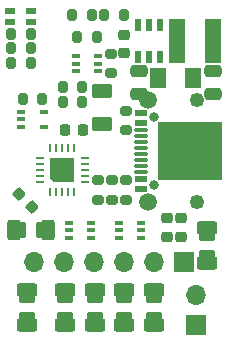
<source format=gbr>
%TF.GenerationSoftware,KiCad,Pcbnew,(6.0.1-0)*%
%TF.CreationDate,2022-01-25T10:29:14+00:00*%
%TF.ProjectId,LowPower,4c6f7750-6f77-4657-922e-6b696361645f,6*%
%TF.SameCoordinates,Original*%
%TF.FileFunction,Soldermask,Top*%
%TF.FilePolarity,Negative*%
%FSLAX46Y46*%
G04 Gerber Fmt 4.6, Leading zero omitted, Abs format (unit mm)*
G04 Created by KiCad (PCBNEW (6.0.1-0)) date 2022-01-25 10:29:14*
%MOMM*%
%LPD*%
G01*
G04 APERTURE LIST*
G04 Aperture macros list*
%AMRoundRect*
0 Rectangle with rounded corners*
0 $1 Rounding radius*
0 $2 $3 $4 $5 $6 $7 $8 $9 X,Y pos of 4 corners*
0 Add a 4 corners polygon primitive as box body*
4,1,4,$2,$3,$4,$5,$6,$7,$8,$9,$2,$3,0*
0 Add four circle primitives for the rounded corners*
1,1,$1+$1,$2,$3*
1,1,$1+$1,$4,$5*
1,1,$1+$1,$6,$7*
1,1,$1+$1,$8,$9*
0 Add four rect primitives between the rounded corners*
20,1,$1+$1,$2,$3,$4,$5,0*
20,1,$1+$1,$4,$5,$6,$7,0*
20,1,$1+$1,$6,$7,$8,$9,0*
20,1,$1+$1,$8,$9,$2,$3,0*%
%AMFreePoly0*
4,1,6,1.000000,-1.000000,-1.000000,-1.000000,-1.000000,0.750000,-0.750000,1.000000,1.000000,1.000000,1.000000,-1.000000,1.000000,-1.000000,$1*%
G04 Aperture macros list end*
%ADD10RoundRect,0.249750X0.625250X-0.312750X0.625250X0.312750X-0.625250X0.312750X-0.625250X-0.312750X0*%
%ADD11RoundRect,0.250100X0.449900X-0.262400X0.449900X0.262400X-0.449900X0.262400X-0.449900X-0.262400X0*%
%ADD12R,1.140000X0.600000*%
%ADD13RoundRect,0.075000X0.495000X-0.075000X0.495000X0.075000X-0.495000X0.075000X-0.495000X-0.075000X0*%
%ADD14C,0.800000*%
%ADD15R,5.490000X5.000000*%
%ADD16C,1.250000*%
%ADD17C,1.500000*%
%ADD18R,1.700000X1.700000*%
%ADD19O,1.700000X1.700000*%
%ADD20RoundRect,0.062500X0.062500X-0.287500X0.062500X0.287500X-0.062500X0.287500X-0.062500X-0.287500X0*%
%ADD21RoundRect,0.062500X0.287500X-0.062500X0.287500X0.062500X-0.287500X0.062500X-0.287500X-0.062500X0*%
%ADD22FreePoly0,90.000000*%
%ADD23C,0.350000*%
%ADD24RoundRect,0.200000X0.200000X0.275000X-0.200000X0.275000X-0.200000X-0.275000X0.200000X-0.275000X0*%
%ADD25RoundRect,0.200000X-0.200000X-0.275000X0.200000X-0.275000X0.200000X0.275000X-0.200000X0.275000X0*%
%ADD26R,0.800000X0.400000*%
%ADD27RoundRect,0.250000X-0.625000X0.375000X-0.625000X-0.375000X0.625000X-0.375000X0.625000X0.375000X0*%
%ADD28RoundRect,0.200000X-0.275000X0.200000X-0.275000X-0.200000X0.275000X-0.200000X0.275000X0.200000X0*%
%ADD29R,0.650000X0.400000*%
%ADD30RoundRect,0.225000X-0.335876X-0.017678X-0.017678X-0.335876X0.335876X0.017678X0.017678X0.335876X0*%
%ADD31RoundRect,0.249750X-0.312750X-0.625250X0.312750X-0.625250X0.312750X0.625250X-0.312750X0.625250X0*%
%ADD32RoundRect,0.250100X-0.262400X-0.449900X0.262400X-0.449900X0.262400X0.449900X-0.262400X0.449900X0*%
%ADD33RoundRect,0.200000X0.275000X-0.200000X0.275000X0.200000X-0.275000X0.200000X-0.275000X-0.200000X0*%
%ADD34R,0.850000X0.500000*%
%ADD35RoundRect,0.225000X-0.225000X-0.250000X0.225000X-0.250000X0.225000X0.250000X-0.225000X0.250000X0*%
%ADD36RoundRect,0.225000X-0.250000X0.225000X-0.250000X-0.225000X0.250000X-0.225000X0.250000X0.225000X0*%
%ADD37RoundRect,0.225000X0.250000X-0.225000X0.250000X0.225000X-0.250000X0.225000X-0.250000X-0.225000X0*%
%ADD38R,0.600000X1.100000*%
%ADD39R,1.425000X3.700000*%
%ADD40RoundRect,0.249375X-0.463125X-0.625625X0.463125X-0.625625X0.463125X0.625625X-0.463125X0.625625X0*%
%ADD41RoundRect,0.250000X-0.475000X0.250000X-0.475000X-0.250000X0.475000X-0.250000X0.475000X0.250000X0*%
G04 APERTURE END LIST*
D10*
%TO.C,R2*%
X130470000Y-125812500D03*
D11*
X130470000Y-125262500D03*
X130470000Y-123437500D03*
D10*
X130470000Y-122887500D03*
%TD*%
D11*
%TO.C,R3*%
X127970000Y-125262500D03*
D10*
X127970000Y-125812500D03*
D11*
X127970000Y-123437500D03*
D10*
X127970000Y-122887500D03*
%TD*%
D11*
%TO.C,R4*%
X125470000Y-125262500D03*
D10*
X125470000Y-125812500D03*
D11*
X125470000Y-123437500D03*
D10*
X125470000Y-122887500D03*
%TD*%
%TO.C,R5*%
X122970000Y-125812500D03*
D11*
X122970000Y-125262500D03*
D10*
X122970000Y-122887500D03*
D11*
X122970000Y-123437500D03*
%TD*%
D10*
%TO.C,R6*%
X119700000Y-125812500D03*
D11*
X119700000Y-125262500D03*
X119700000Y-123437500D03*
D10*
X119700000Y-122887500D03*
%TD*%
D12*
%TO.C,J2*%
X129385000Y-114300000D03*
X129385000Y-113500000D03*
D13*
X129385000Y-112350000D03*
X129385000Y-111350000D03*
X129385000Y-110850000D03*
X129385000Y-109850000D03*
D12*
X129385000Y-107900000D03*
X129385000Y-108700000D03*
D13*
X129385000Y-109350000D03*
X129385000Y-110350000D03*
X129385000Y-111850000D03*
X129385000Y-112850000D03*
D14*
X130455000Y-108210000D03*
D15*
X133500000Y-111100000D03*
D16*
X134135000Y-106780000D03*
X134135000Y-115420000D03*
D14*
X130455000Y-113990000D03*
D17*
X129965000Y-106780000D03*
X129965000Y-115420000D03*
%TD*%
D18*
%TO.C,J3*%
X134000000Y-125800000D03*
D19*
X134000000Y-123260000D03*
%TD*%
D10*
%TO.C,C1*%
X135000000Y-120562500D03*
D11*
X135000000Y-120012500D03*
X135000000Y-118187500D03*
D10*
X135000000Y-117637500D03*
%TD*%
D20*
%TO.C,U2*%
X121700000Y-114600000D03*
X122200000Y-114600000D03*
X122700000Y-114600000D03*
X123200000Y-114600000D03*
X123700000Y-114600000D03*
D21*
X124600000Y-113700000D03*
X124600000Y-113200000D03*
X124600000Y-112700000D03*
X124600000Y-112200000D03*
X124600000Y-111700000D03*
D20*
X123700000Y-110800000D03*
X123200000Y-110800000D03*
X122700000Y-110800000D03*
X122200000Y-110800000D03*
X121700000Y-110800000D03*
D21*
X120800000Y-111700000D03*
X120800000Y-112200000D03*
X120800000Y-112700000D03*
X120800000Y-113200000D03*
X120800000Y-113700000D03*
D22*
X122700000Y-112700000D03*
D23*
X122700000Y-112700000D03*
%TD*%
D24*
%TO.C,R1*%
X121025000Y-106700000D03*
X119375000Y-106700000D03*
%TD*%
D25*
%TO.C,R10*%
X118375000Y-102400000D03*
X120025000Y-102400000D03*
%TD*%
%TO.C,R19*%
X122775000Y-105700000D03*
X124425000Y-105700000D03*
%TD*%
D24*
%TO.C,R20*%
X124425000Y-106900000D03*
X122775000Y-106900000D03*
%TD*%
D26*
%TO.C,Q1*%
X119250000Y-107750000D03*
X119250000Y-108400000D03*
X119250000Y-109050000D03*
X121150000Y-109050000D03*
X121150000Y-107750000D03*
%TD*%
D27*
%TO.C,D2*%
X126100000Y-106000000D03*
X126100000Y-108800000D03*
%TD*%
D25*
%TO.C,R15*%
X123975000Y-101400000D03*
X125625000Y-101400000D03*
%TD*%
D28*
%TO.C,R18*%
X126800000Y-102875000D03*
X126800000Y-104525000D03*
%TD*%
D29*
%TO.C,U3*%
X123850000Y-103050000D03*
X123850000Y-103700000D03*
X123850000Y-104350000D03*
X125750000Y-104350000D03*
X125750000Y-103700000D03*
X125750000Y-103050000D03*
%TD*%
D30*
%TO.C,C2*%
X119051992Y-114751992D03*
X120148008Y-115848008D03*
%TD*%
D28*
%TO.C,R12*%
X128100000Y-107675000D03*
X128100000Y-109325000D03*
%TD*%
D31*
%TO.C,R7*%
X118587500Y-117800000D03*
D32*
X119137500Y-117800000D03*
D31*
X121512500Y-117800000D03*
D32*
X120962500Y-117800000D03*
%TD*%
D29*
%TO.C,D4*%
X123250000Y-117150000D03*
X123250000Y-117800000D03*
X123250000Y-118450000D03*
X125150000Y-118450000D03*
X125150000Y-117800000D03*
X125150000Y-117150000D03*
%TD*%
%TO.C,D3*%
X127500000Y-117150000D03*
X127500000Y-117800000D03*
X127500000Y-118450000D03*
X129400000Y-118450000D03*
X129400000Y-117800000D03*
X129400000Y-117150000D03*
%TD*%
D28*
%TO.C,R11*%
X128100000Y-113575000D03*
X128100000Y-115225000D03*
%TD*%
D33*
%TO.C,R13*%
X126900000Y-115225000D03*
X126900000Y-113575000D03*
%TD*%
D28*
%TO.C,R14*%
X125700000Y-113575000D03*
X125700000Y-115225000D03*
%TD*%
D34*
%TO.C,D1*%
X120075000Y-100200000D03*
X118325000Y-100200000D03*
X118325000Y-99200000D03*
X120075000Y-99200000D03*
%TD*%
D25*
%TO.C,R8*%
X118375000Y-101200000D03*
X120025000Y-101200000D03*
%TD*%
%TO.C,R9*%
X118375000Y-103600000D03*
X120025000Y-103600000D03*
%TD*%
D35*
%TO.C,C5*%
X122925000Y-109300000D03*
X124475000Y-109300000D03*
%TD*%
D36*
%TO.C,C3*%
X132800000Y-116800000D03*
X132800000Y-118350000D03*
%TD*%
%TO.C,C4*%
X131600000Y-116800000D03*
X131600000Y-118350000D03*
%TD*%
D25*
%TO.C,R17*%
X123575000Y-99600000D03*
X125225000Y-99600000D03*
%TD*%
D24*
%TO.C,R16*%
X127925000Y-99600000D03*
X126275000Y-99600000D03*
%TD*%
D37*
%TO.C,U4*%
X127960000Y-101225000D03*
D38*
X131010000Y-103100000D03*
D39*
X132460000Y-101800000D03*
D38*
X131010000Y-100400000D03*
D37*
X127960000Y-102775000D03*
D40*
X130857500Y-104920000D03*
D38*
X129110000Y-103100000D03*
X130060000Y-103100000D03*
D41*
X129210000Y-104350000D03*
D40*
X133822500Y-104920000D03*
D41*
X135460000Y-106250000D03*
X129210000Y-106250000D03*
D38*
X130060000Y-100400000D03*
D39*
X135460000Y-101800000D03*
D41*
X135460000Y-104350000D03*
D38*
X129110000Y-100400000D03*
%TD*%
D18*
%TO.C,J1*%
X133045000Y-120500000D03*
D19*
X130505000Y-120500000D03*
X127965000Y-120500000D03*
X125425000Y-120500000D03*
X122885000Y-120500000D03*
X120345000Y-120500000D03*
%TD*%
M02*

</source>
